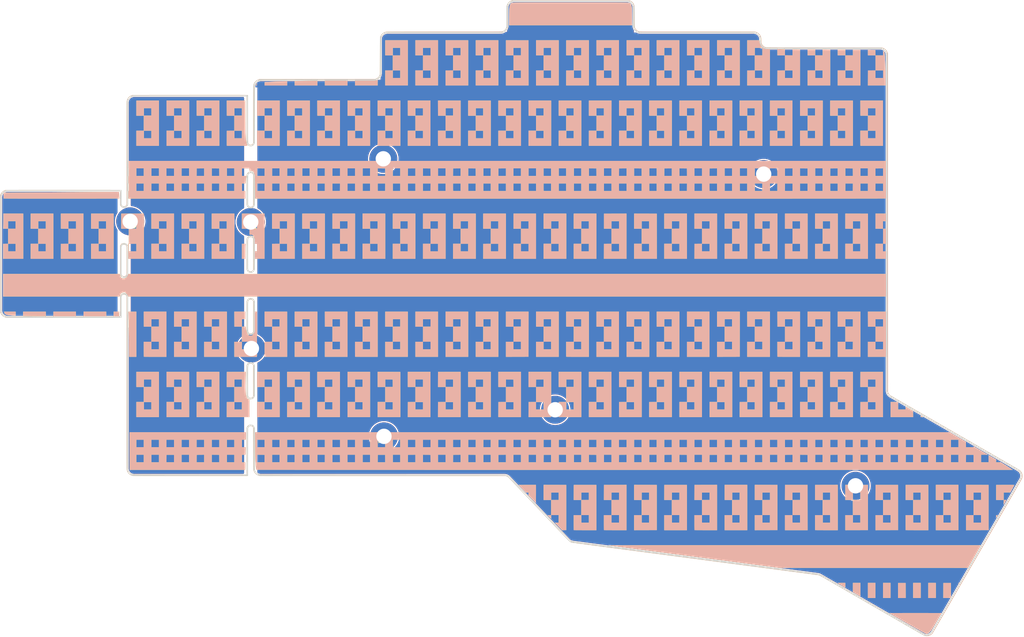
<source format=kicad_pcb>
(kicad_pcb (version 20211014) (generator pcbnew)
  (layers (0 "F.Cu" signal) (31 "B.Cu" signal) (34 "B.Paste" user) (35 "F.Paste" user) (36 "B.SilkS" user "B.Silkscreen") (37 "F.SilkS" user "F.Silkscreen") (38 "B.Mask" user) (39 "F.Mask" user) (44 "Edge.Cuts" user))
  (net 0 "")
  (footprint "kbd:M2_Hole_TH" (layer "F.Cu") (at 128.721463 40.374367)
    (fp_text reference "H8" (at 0 0.5) (layer "F.SilkS"))
    (fp_text value "MountingHole")
    (pad "" thru_hole circle (at 0 0) (size 4.2 4.2) (drill 2.3) (layers *.Cu *.Mask))
  )
  (footprint "kbd:M2_Hole_TH" (layer "F.Cu") (at 71.621463 38.074367)
    (fp_text reference "H4" (at 0 0.5) (layer "F.SilkS"))
    (fp_text value "MountingHole")
    (pad "" thru_hole circle (at 0 0) (size 4.2 4.2) (drill 2.3) (layers *.Cu *.Mask))
  )
  (footprint "kbd:M2_Hole_TH" (layer "F.Cu") (at 51.821463 66.574367)
    (fp_text reference "H2" (at 0 0.5) (layer "F.SilkS"))
    (fp_text value "MountingHole")
    (pad "" thru_hole circle (at 0 0) (size 4.2 4.2) (drill 2.3) (layers *.Cu *.Mask))
  )
  (footprint "Silks:skean-math-silk" (layer "F.Cu") (at 90.821464 61.999367)
    (fp_text reference "G***" hide)
    (fp_text value "LOGO" hide)
  )
  (footprint "kbd:M2_Hole_TH" (layer "F.Cu") (at 33.621463 47.474367)
    (fp_text reference "H3" (at 0 0.5) (layer "F.SilkS"))
    (fp_text value "MountingHole")
    (pad "" thru_hole circle (at 0 0) (size 4.2 4.2) (drill 2.3) (layers *.Cu *.Mask))
  )
  (footprint "kbd:M2_Hole_TH" (layer "F.Cu") (at 51.721463 47.574367)
    (fp_text reference "H1" (at 0 0.5) (layer "F.SilkS"))
    (fp_text value "MountingHole")
    (pad "" thru_hole circle (at 0 0) (size 4.2 4.2) (drill 2.3) (layers *.Cu *.Mask))
  )
  (footprint "kbd:M2_Hole_TH" (layer "F.Cu") (at 97.421463 75.774367)
    (fp_text reference "H6" (at 0 0.5) (layer "F.SilkS"))
    (fp_text value "MountingHole")
    (pad "" thru_hole circle (at 0 0) (size 4.2 4.2) (drill 2.3) (layers *.Cu *.Mask))
  )
  (footprint "kbd:M2_Hole_TH" (layer "F.Cu") (at 71.721463 79.774367)
    (fp_text reference "H5" (at 0 0.5) (layer "F.SilkS"))
    (fp_text value "MountingHole")
    (pad "" thru_hole circle (at 0 0) (size 4.2 4.2) (drill 2.3) (layers *.Cu *.Mask))
  )
  (footprint "kbd:M2_Hole_TH" (layer "F.Cu") (at 142.507505 87.19918)
    (fp_text reference "H9" (at 0 0.5) (layer "F.SilkS"))
    (fp_text value "MountingHole")
    (pad "" thru_hole circle (at 0 0) (size 4.2 4.2) (drill 2.3) (layers *.Cu *.Mask))
  )
  (footprint "Silks:skean-math-silk" (layer "F.Cu") (at 90.821464 61.999367)
    (fp_text reference "G***" hide)
    (fp_text value "LOGO" hide)
  )
  (gr_arc (start 89.796623 85.599367) (mid 90.187009 85.679623) (end 90.514076 85.907372) (layer "Edge.Cuts") (width 0.2))
  (gr_arc (start 166.912511 84.834934) (mid 167.378437 85.442141) (end 167.278537 86.20096) (layer "Edge.Cuts") (width 0.2))
  (gr_arc (start 51.221463 59.599366) (mid 51.721463 59.099366) (end 52.221463 59.599366) (layer "Edge.Cuts") (width 0.2))
  (gr_arc (start 90.221463 18.099368) (mid 89.92857 18.806475) (end 89.221463 19.099368) (layer "Edge.Cuts") (width 0.2))
  (gr_line (start 15.221464 42.849368) (end 32.221465 42.849368) (layer "Edge.Cuts") (width 0.2))
  (gr_line (start 32.221464 51.349368) (end 32.221464 55.349368) (layer "Edge.Cuts") (width 0.2))
  (gr_line (start 52.221463 35.599367) (end 52.221463 27.224367) (layer "Edge.Cuts") (width 0.2))
  (gr_line (start 99.480311 95.345258) (end 90.514076 85.907372) (layer "Edge.Cuts") (width 0.2))
  (gr_arc (start 51.221463 40.599367) (mid 51.721463 40.099367) (end 52.221463 40.599367) (layer "Edge.Cuts") (width 0.2))
  (gr_line (start 147.721463 73.754978) (end 166.912511 84.834934) (layer "Edge.Cuts") (width 0.2))
  (gr_line (start 147.221463 22.474368) (end 147.221463 72.888952) (layer "Edge.Cuts") (width 0.2))
  (gr_arc (start 33.221463 55.349368) (mid 32.721463 55.849368) (end 32.221463 55.349368) (layer "Edge.Cuts") (width 0.2))
  (gr_line (start 51.221463 28.599368) (end 51.221463 35.599367) (layer "Edge.Cuts") (width 0.2))
  (gr_line (start 32.221464 42.849368) (end 32.221464 44.849368) (layer "Edge.Cuts") (width 0.2))
  (gr_arc (start 52.22149 63.924327) (mid 51.72149 64.424327) (end 51.22149 63.924327) (layer "Edge.Cuts") (width 0.2))
  (gr_arc (start 71.221463 25.224368) (mid 70.92857 25.931475) (end 70.221463 26.224368) (layer "Edge.Cuts") (width 0.2))
  (gr_arc (start 52.221463 73.599366) (mid 51.721463 74.099366) (end 51.221463 73.599366) (layer "Edge.Cuts") (width 0.2))
  (gr_line (start 52.221463 84.599366) (end 52.221463 78.599366) (layer "Edge.Cuts") (width 0.2))
  (gr_line (start 51.221491 54.599327) (end 51.22149 50.224327) (layer "Edge.Cuts") (width 0.2))
  (gr_arc (start 53.221463 85.599366) (mid 52.514356 85.306473) (end 52.221463 84.599366) (layer "Edge.Cuts") (width 0.2))
  (gr_line (start 71.221463 25.224368) (end 71.221463 20.099368) (layer "Edge.Cuts") (width 0.2))
  (gr_arc (start 146.221463 21.474368) (mid 146.92857 21.767261) (end 147.221463 22.474368) (layer "Edge.Cuts") (width 0.2))
  (gr_arc (start 108.221463 14.349368) (mid 108.92857 14.642261) (end 109.221463 15.349368) (layer "Edge.Cuts") (width 0.2))
  (gr_line (start 110.221463 19.099367) (end 127.221463 19.099367) (layer "Edge.Cuts") (width 0.2))
  (gr_line (start 89.796623 85.599366) (end 53.221463 85.599366) (layer "Edge.Cuts") (width 0.2))
  (gr_line (start 152.662511 109.516658) (end 137.244527 100.615081) (layer "Edge.Cuts") (width 0.2))
  (gr_line (start 51.22149 69.224327) (end 51.221491 73.599327) (layer "Edge.Cuts") (width 0.2))
  (gr_arc (start 51.22149 69.224327) (mid 51.72149 68.724327) (end 52.22149 69.224327) (layer "Edge.Cuts") (width 0.2))
  (gr_arc (start 110.221462 19.099368) (mid 109.514356 18.806474) (end 109.221463 18.099367) (layer "Edge.Cuts") (width 0.2))
  (gr_line (start 33.221463 84.609762) (end 33.221464 58.849368) (layer "Edge.Cuts") (width 0.2))
  (gr_arc (start 52.221463 54.599366) (mid 51.721463 55.099366) (end 51.221463 54.599366) (layer "Edge.Cuts") (width 0.2))
  (gr_arc (start 51.221463 78.599366) (mid 51.721463 78.099366) (end 52.221463 78.599366) (layer "Edge.Cuts") (width 0.2))
  (gr_arc (start 33.221464 44.849368) (mid 32.721464 45.349368) (end 32.221464 44.849368) (layer "Edge.Cuts") (width 0.2))
  (gr_line (start 51.221463 78.599366) (end 51.221463 85.599366) (layer "Edge.Cuts") (width 0.2))
  (gr_line (start 51.221491 40.599328) (end 51.22149 44.924327) (layer "Edge.Cuts") (width 0.2))
  (gr_arc (start 34.211068 85.599367) (mid 33.511312 85.309518) (end 33.221463 84.609762) (layer "Edge.Cuts") (width 0.2))
  (gr_line (start 51.221463 85.599366) (end 34.211068 85.599366) (layer "Edge.Cuts") (width 0.2))
  (gr_arc (start 52.221463 27.224368) (mid 52.514356 26.517261) (end 53.221463 26.224368) (layer "Edge.Cuts") (width 0.2))
  (gr_line (start 53.221463 26.224368) (end 70.221463 26.224368) (layer "Edge.Cuts") (width 0.2))
  (gr_line (start 52.221491 40.599328) (end 52.22149 44.924327) (layer "Edge.Cuts") (width 0.2))
  (gr_line (start 51.22149 63.924327) (end 51.221491 59.599327) (layer "Edge.Cuts") (width 0.2))
  (gr_line (start 14.221465 60.849368) (end 14.221465 43.849369) (layer "Edge.Cuts") (width 0.2))
  (gr_arc (start 15.221464 61.849367) (mid 14.514358 61.556474) (end 14.221465 60.849368) (layer "Edge.Cuts") (width 0.2))
  (gr_arc (start 14.221465 43.849369) (mid 14.514358 43.142262) (end 15.221464 42.849368) (layer "Edge.Cuts") (width 0.2))
  (gr_line (start 32.221464 58.849368) (end 32.221464 61.849368) (layer "Edge.Cuts") (width 0.2))
  (gr_arc (start 129.221463 21.474367) (mid 128.514356 21.181474) (end 128.221463 20.474367) (layer "Edge.Cuts") (width 0.2))
  (gr_arc (start 51.22149 50.224327) (mid 51.72149 49.724327) (end 52.22149 50.224327) (layer "Edge.Cuts") (width 0.2))
  (gr_line (start 52.22149 63.924327) (end 52.221491 59.599327) (layer "Edge.Cuts") (width 0.2))
  (gr_arc (start 90.221463 15.349368) (mid 90.514356 14.642261) (end 91.221463 14.349368) (layer "Edge.Cuts") (width 0.2))
  (gr_arc (start 127.221463 19.099367) (mid 127.92857 19.39226) (end 128.221463 20.099367) (layer "Edge.Cuts") (width 0.2))
  (gr_arc (start 100.068595 95.644797) (mid 99.748739 95.545528) (end 99.480311 95.345258) (layer "Edge.Cuts") (width 0.2))
  (gr_line (start 52.221491 73.599327) (end 52.22149 69.224327) (layer "Edge.Cuts") (width 0.2))
  (gr_line (start 136.878894 100.490965) (end 100.068595 95.644797) (layer "Edge.Cuts") (width 0.2))
  (gr_line (start 33.221464 44.849368) (end 33.221464 29.599368) (layer "Edge.Cuts") (width 0.2))
  (gr_line (start 33.221463 55.349368) (end 33.221463 51.349368) (layer "Edge.Cuts") (width 0.2))
  (gr_line (start 109.221463 15.349368) (end 109.221463 18.099367) (layer "Edge.Cuts") (width 0.2))
  (gr_line (start 128.221463 20.099367) (end 128.221463 20.474367) (layer "Edge.Cuts") (width 0.2))
  (gr_arc (start 33.221464 29.599368) (mid 33.514357 28.892261) (end 34.221464 28.599368) (layer "Edge.Cuts") (width 0.2))
  (gr_line (start 129.221463 21.474367) (end 146.221463 21.474368) (layer "Edge.Cuts") (width 0.2))
  (gr_arc (start 52.22149 44.924327) (mid 51.72149 45.424327) (end 51.22149 44.924327) (layer "Edge.Cuts") (width 0.2))
  (gr_line (start 167.278537 86.20096) (end 154.028537 109.150633) (layer "Edge.Cuts") (width 0.2))
  (gr_arc (start 52.221463 35.599367) (mid 51.721463 36.099367) (end 51.221463 35.599367) (layer "Edge.Cuts") (width 0.2))
  (gr_arc (start 136.878894 100.490965) (mid 137.067823 100.535017) (end 137.244527 100.615081) (layer "Edge.Cuts") (width 0.2))
  (gr_arc (start 147.721463 73.754977) (mid 147.355438 73.388952) (end 147.221463 72.888952) (layer "Edge.Cuts") (width 0.2))
  (gr_arc (start 32.221462 51.349368) (mid 32.721462 50.849368) (end 33.221462 51.349368) (layer "Edge.Cuts") (width 0.2))
  (gr_arc (start 32.221464 58.849368) (mid 32.721464 58.349368) (end 33.221464 58.849368) (layer "Edge.Cuts") (width 0.2))
  (gr_arc (start 71.221462 20.099368) (mid 71.514356 19.392261) (end 72.221463 19.099367) (layer "Edge.Cuts") (width 0.2))
  (gr_line (start 90.221463 18.099368) (end 90.221463 15.349368) (layer "Edge.Cuts") (width 0.2))
  (gr_line (start 32.221464 61.849368) (end 15.221464 61.849368) (layer "Edge.Cuts") (width 0.2))
  (gr_line (start 91.221463 14.349368) (end 108.221463 14.349368) (layer "Edge.Cuts") (width 0.2))
  (gr_line (start 72.221463 19.099367) (end 89.221463 19.099368) (layer "Edge.Cuts") (width 0.2))
  (gr_line (start 52.221491 54.599327) (end 52.22149 50.224327) (layer "Edge.Cuts") (width 0.2))
  (gr_arc (start 154.028536 109.150633) (mid 153.42133 109.616559) (end 152.662511 109.516658) (layer "Edge.Cuts") (width 0.2))
  (gr_line (start 34.221464 28.599368) (end 51.221463 28.599368) (layer "Edge.Cuts") (width 0.2))
  (zone (net 0) (net_name "") (layers F&B.Cu) (priority 1) (connect_pads (clearance 0.2)) (min_thickness 0.25) (fill yes (thermal_gap 0.5) (thermal_bridge_width 0.5))
    (polygon (pts (xy 109.221463 19.104952) (xy 128.221463 19.104952) (xy 128.221463 21.504952) (xy 147.221463 21.504952) (xy 147.221463 23.804952) (xy 147.721464 73.349367) (xy 167.821463 85.204952) (xy 153.421463 109.904952) (xy 137.021463 100.504952) (xy 99.721463 95.504952) (xy 90.121463 85.504952) (xy 33.221463 85.604952) (xy 33.221463 61.804952) (xy 14.121463 61.804952) (xy 14.221463 42.904952) (xy 33.221463 42.804952) (xy 33.221463 28.504952) (xy 52.221463 28.504952) (xy 52.221463 26.204952) (xy 71.221463 26.204952) (xy 71.221463 19.004952) (xy 90.221463 19.004952) (xy 90.221463 14.304952) (xy 109.221463 14.304952)))
  )
  (zone (net 0) (net_name "") (layers F&B.Cu) (connect_pads (clearance 0)) (min_thickness 0.254)
    (keepout (tracks not_allowed) (vias not_allowed) (pads not_allowed) (copperpour not_allowed) (footprints allowed))
    (fill (thermal_gap 0.508) (thermal_bridge_width 0.508))
    (polygon (pts (xy 52.721463 86.099367) (xy 50.721463 86.099367) (xy 50.721463 27.349367) (xy 52.721463 27.349367)))
  )
  (zone (net 0) (net_name "") (layers F&B.Cu) (connect_pads (clearance 0)) (min_thickness 0.254)
    (keepout (tracks not_allowed) (vias not_allowed) (pads not_allowed) (copperpour not_allowed) (footprints allowed))
    (fill (thermal_gap 0.508) (thermal_bridge_width 0.508))
    (polygon (pts (xy 33.721463 63.349367) (xy 31.721463 63.349367) (xy 31.721463 41.849367) (xy 33.721463 41.349367)))
  )
)
</source>
